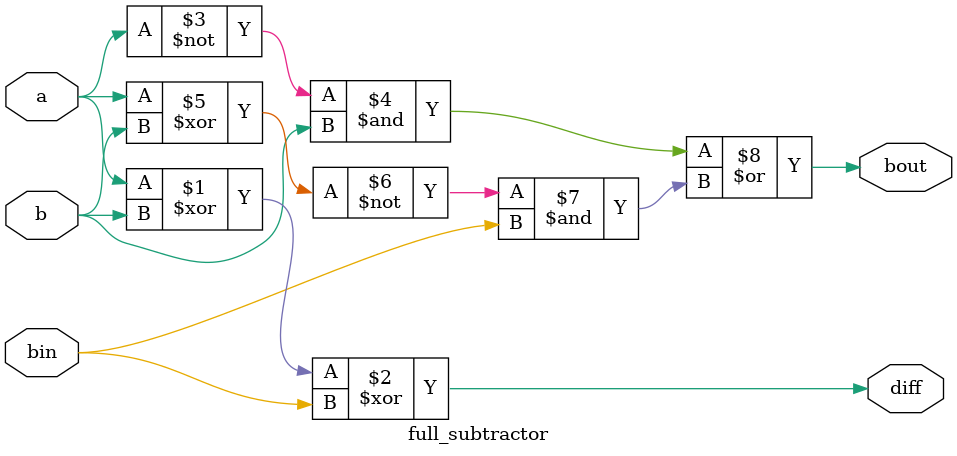
<source format=v>

module full_subtractor (
    input a,             // Minuend
    input b,             // Subtrahend
    input bin,           // Borrow-in
    output diff,         // Difference output
    output bout          // Borrow-out
);

    // Difference logic: a - b - bin
    assign diff = a ^ b ^ bin;

    // Borrow-out logic
    assign bout = (~a & b) | ((~(a ^ b)) & bin);

endmodule

</source>
